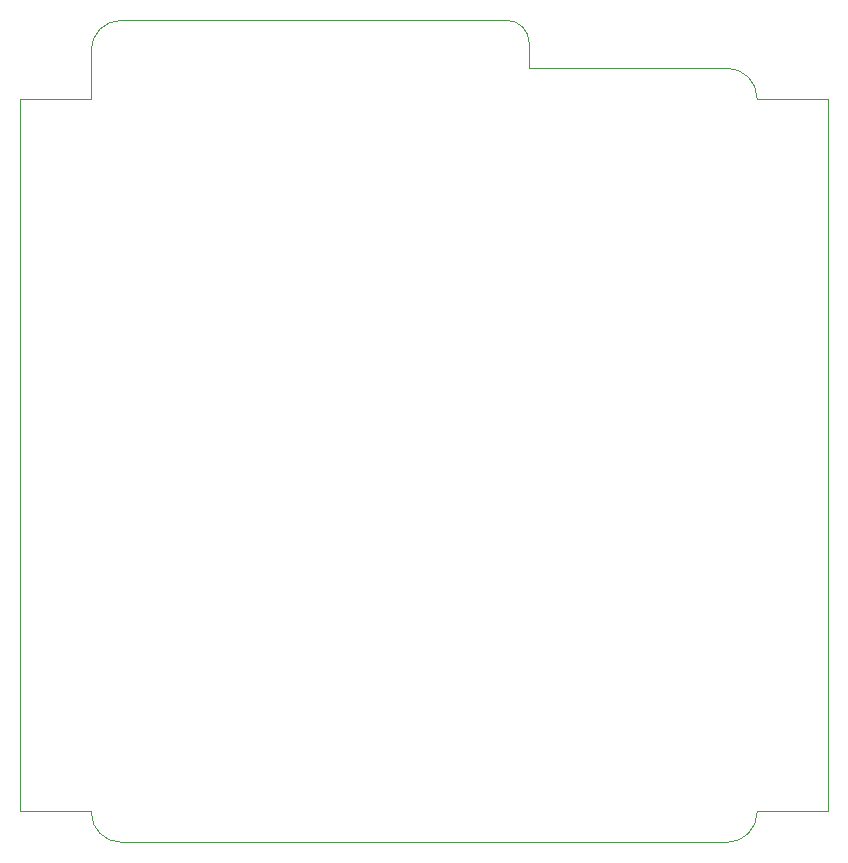
<source format=gko>
G04 Layer_Color=16720538*
%FSLAX25Y25*%
%MOIN*%
G70*
G01*
G75*
%ADD69C,0.00100*%
D69*
X312000Y100000D02*
G03*
X322000Y110000I0J10000D01*
G01*
Y348000D02*
G03*
X312000Y358000I-10000J0D01*
G01*
X246000Y366500D02*
G03*
X238500Y374000I-7500J0D01*
G01*
X110000Y374000D02*
G03*
X100000Y364000I0J-10000D01*
G01*
Y110000D02*
G03*
X110000Y100000I10000J0D01*
G01*
X307000D02*
X312000D01*
X307500Y358000D02*
X312000D01*
X254500D02*
X307500D01*
X246000D02*
X254500D01*
X246000D02*
Y366500D01*
X231500Y374000D02*
X238500D01*
X110000D02*
X231500D01*
X100000Y348000D02*
Y364000D01*
X110000Y100000D02*
X114500D01*
X307000D01*
X345600Y110400D02*
Y347600D01*
X322000Y110000D02*
Y110400D01*
X322000Y347600D02*
Y348000D01*
Y347600D02*
X345600D01*
X322000Y110400D02*
X345600D01*
X76400Y347600D02*
X100000D01*
X76400Y110400D02*
X100000D01*
Y110000D02*
Y110400D01*
X100000Y347600D02*
Y348000D01*
X76400Y110400D02*
Y347600D01*
M02*

</source>
